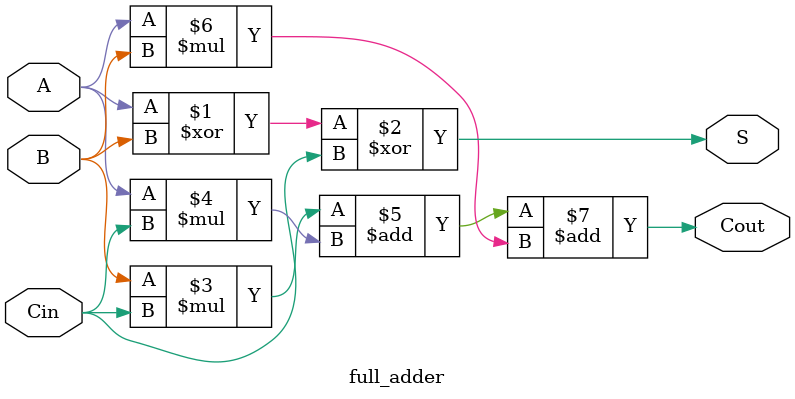
<source format=v>
`timescale 1ns / 1ps


module full_adder(
    input A, B, Cin,
    output S, Cout
    );
    
    wire S;
    wire Cout;
    
    assign S = A ^ B ^ Cin;
    assign Cout = B*Cin + A*Cin + A*B;
    
endmodule

</source>
